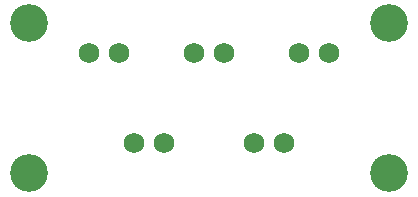
<source format=gbr>
G04 EAGLE Gerber RS-274X export*
G75*
%MOMM*%
%FSLAX34Y34*%
%LPD*%
%INSoldermask Bottom*%
%IPPOS*%
%AMOC8*
5,1,8,0,0,1.08239X$1,22.5*%
G01*
%ADD10C,3.203200*%
%ADD11C,1.733200*%


D10*
X25400Y25400D03*
X25400Y152400D03*
X330200Y152400D03*
X330200Y25400D03*
D11*
X76200Y127000D03*
X101600Y127000D03*
X165100Y127000D03*
X190500Y127000D03*
X254000Y127000D03*
X279400Y127000D03*
X114300Y50800D03*
X139700Y50800D03*
X215900Y50800D03*
X241300Y50800D03*
M02*

</source>
